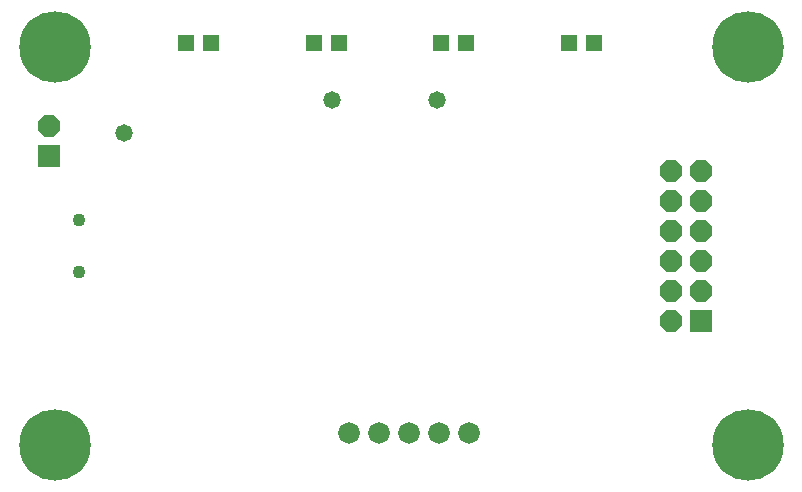
<source format=gbs>
G75*
G70*
%OFA0B0*%
%FSLAX24Y24*%
%IPPOS*%
%LPD*%
%AMOC8*
5,1,8,0,0,1.08239X$1,22.5*
%
%ADD10R,0.0552X0.0552*%
%ADD11C,0.0720*%
%ADD12C,0.0434*%
%ADD13C,0.2380*%
%ADD14R,0.0720X0.0720*%
%ADD15OC8,0.0720*%
%ADD16C,0.0580*%
D10*
X008121Y019492D03*
X008948Y019492D03*
X012371Y019492D03*
X013198Y019492D03*
X016621Y019492D03*
X017448Y019492D03*
X020871Y019492D03*
X021698Y019492D03*
D11*
X017535Y006492D03*
X016535Y006492D03*
X015535Y006492D03*
X014535Y006492D03*
X013535Y006492D03*
D12*
X004560Y011876D03*
X004560Y013608D03*
D13*
X003739Y006118D03*
X003739Y019366D03*
X026830Y019366D03*
X026830Y006118D03*
D14*
X025285Y010242D03*
X003535Y015742D03*
D15*
X003535Y016742D03*
X024285Y015242D03*
X025285Y015242D03*
X025285Y014242D03*
X024285Y014242D03*
X024285Y013242D03*
X025285Y013242D03*
X025285Y012242D03*
X024285Y012242D03*
X024285Y011242D03*
X025285Y011242D03*
X024285Y010242D03*
D16*
X016472Y017617D03*
X012972Y017617D03*
X006035Y016492D03*
M02*

</source>
